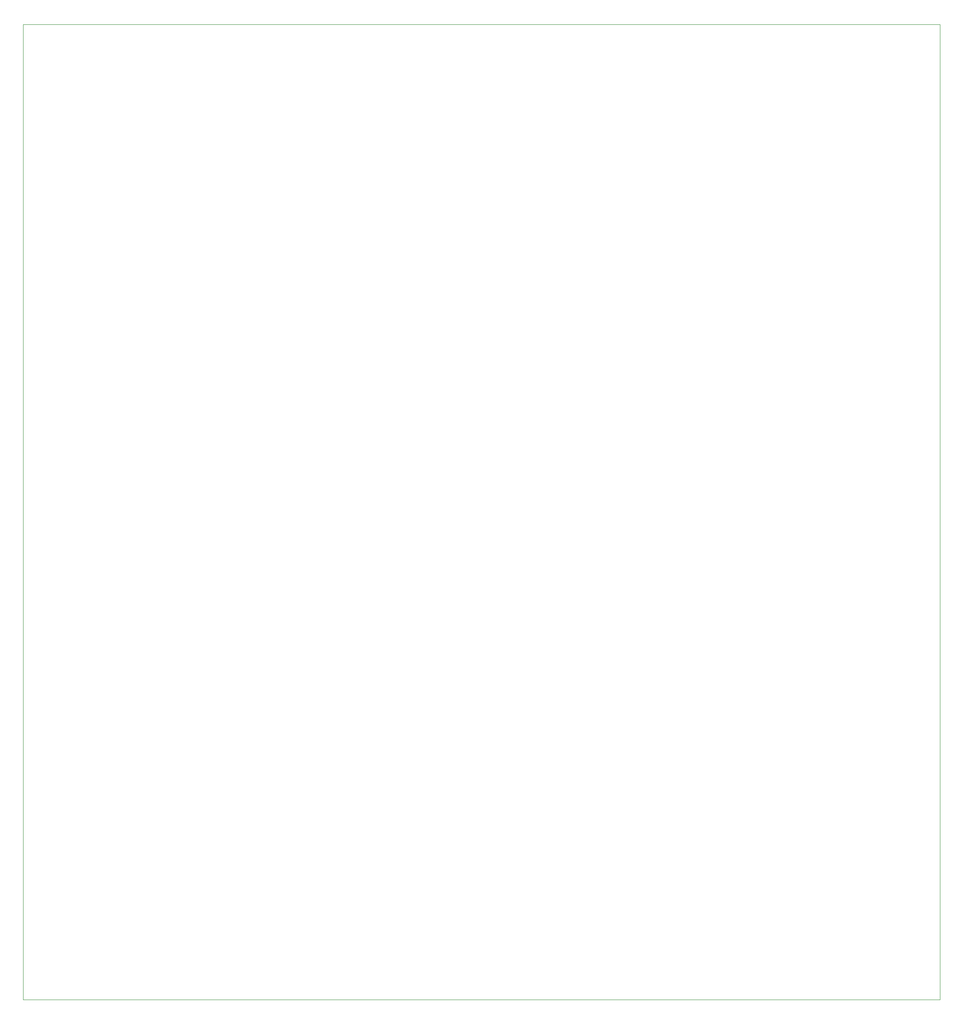
<source format=gbr>
%TF.GenerationSoftware,KiCad,Pcbnew,(5.1.8)-1*%
%TF.CreationDate,2020-12-22T12:36:21-05:00*%
%TF.ProjectId,SSD_Panel,5353445f-5061-46e6-956c-2e6b69636164,rev?*%
%TF.SameCoordinates,Original*%
%TF.FileFunction,Profile,NP*%
%FSLAX46Y46*%
G04 Gerber Fmt 4.6, Leading zero omitted, Abs format (unit mm)*
G04 Created by KiCad (PCBNEW (5.1.8)-1) date 2020-12-22 12:36:21*
%MOMM*%
%LPD*%
G01*
G04 APERTURE LIST*
%TA.AperFunction,Profile*%
%ADD10C,0.050000*%
%TD*%
G04 APERTURE END LIST*
D10*
X195580000Y-205105000D02*
X13970000Y-205105000D01*
X195580000Y-12065000D02*
X195580000Y-205105000D01*
X13970000Y-12065000D02*
X195580000Y-12065000D01*
X13970000Y-205105000D02*
X13970000Y-12065000D01*
M02*

</source>
